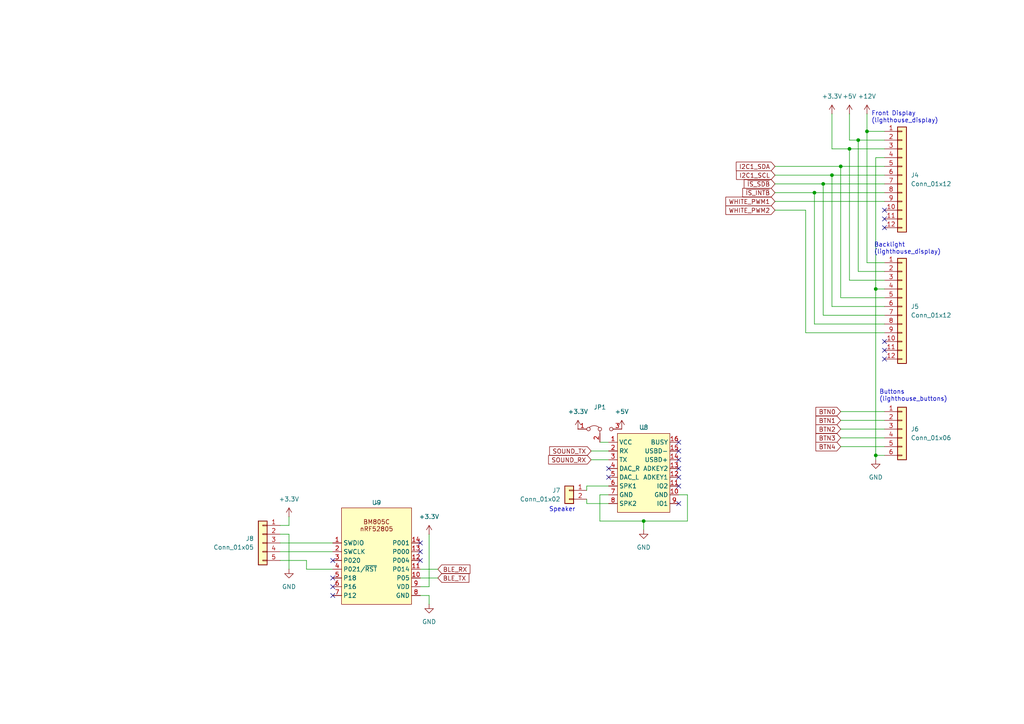
<source format=kicad_sch>
(kicad_sch (version 20231120) (generator "eeschema") (generator_version "8.0")
  (paper "A4")
  (lib_symbols
    (symbol "Connector_Generic:Conn_01x02" (pin_names (offset 1.016) hide)
      (property "Reference" "J" (at 0 2.54 0))
      (property "Value" "Conn_01x02" (at 0 -5.08 0))
      (symbol "Conn_01x02_1_1"
        (rectangle (start -1.27 -2.413) (end 0 -2.667) (stroke (width 0.1524)))
        (rectangle (start -1.27 0.127) (end 0 -0.127) (stroke (width 0.1524)))
        (rectangle (start -1.27 1.27) (end 1.27 -3.81) (stroke (width 0.254)) (fill (type background)))
        (pin passive line (at -5.08 0 0) (length 3.81) (name "Pin_1") (number "1"))
        (pin passive line (at -5.08 -2.54 0) (length 3.81) (name "Pin_2") (number "2"))
      )
    )
    (symbol "Connector_Generic:Conn_01x05" (pin_names (offset 1.016) hide)
      (property "Reference" "J" (at 0 7.62 0))
      (property "Value" "Conn_01x05" (at 0 -7.62 0))
      (symbol "Conn_01x05_1_1"
        (rectangle (start -1.27 -4.953) (end 0 -5.207) (stroke (width 0.1524)))
        (rectangle (start -1.27 -2.413) (end 0 -2.667) (stroke (width 0.1524)))
        (rectangle (start -1.27 0.127) (end 0 -0.127) (stroke (width 0.1524)))
        (rectangle (start -1.27 2.667) (end 0 2.413) (stroke (width 0.1524)))
        (rectangle (start -1.27 5.207) (end 0 4.953) (stroke (width 0.1524)))
        (rectangle (start -1.27 6.35) (end 1.27 -6.35) (stroke (width 0.254)) (fill (type background)))
        (pin passive line (at -5.08 5.08 0) (length 3.81) (name "Pin_1") (number "1"))
        (pin passive line (at -5.08 2.54 0) (length 3.81) (name "Pin_2") (number "2"))
        (pin passive line (at -5.08 0 0) (length 3.81) (name "Pin_3") (number "3"))
        (pin passive line (at -5.08 -2.54 0) (length 3.81) (name "Pin_4") (number "4"))
        (pin passive line (at -5.08 -5.08 0) (length 3.81) (name "Pin_5") (number "5"))
      )
    )
    (symbol "Connector_Generic:Conn_01x06" (pin_names (offset 1.016) hide)
      (property "Reference" "J" (at 0 7.62 0))
      (property "Value" "Conn_01x06" (at 0 -10.16 0))
      (symbol "Conn_01x06_1_1"
        (rectangle (start -1.27 -7.493) (end 0 -7.747) (stroke (width 0.1524)))
        (rectangle (start -1.27 -4.953) (end 0 -5.207) (stroke (width 0.1524)))
        (rectangle (start -1.27 -2.413) (end 0 -2.667) (stroke (width 0.1524)))
        (rectangle (start -1.27 0.127) (end 0 -0.127) (stroke (width 0.1524)))
        (rectangle (start -1.27 2.667) (end 0 2.413) (stroke (width 0.1524)))
        (rectangle (start -1.27 5.207) (end 0 4.953) (stroke (width 0.1524)))
        (rectangle (start -1.27 6.35) (end 1.27 -8.89) (stroke (width 0.254)) (fill (type background)))
        (pin passive line (at -5.08 5.08 0) (length 3.81) (name "Pin_1") (number "1"))
        (pin passive line (at -5.08 2.54 0) (length 3.81) (name "Pin_2") (number "2"))
        (pin passive line (at -5.08 0 0) (length 3.81) (name "Pin_3") (number "3"))
        (pin passive line (at -5.08 -2.54 0) (length 3.81) (name "Pin_4") (number "4"))
        (pin passive line (at -5.08 -5.08 0) (length 3.81) (name "Pin_5") (number "5"))
        (pin passive line (at -5.08 -7.62 0) (length 3.81) (name "Pin_6") (number "6"))
      )
    )
    (symbol "Connector_Generic:Conn_01x12" (pin_names (offset 1.016) hide)
      (property "Reference" "J" (at 0 15.24 0))
      (property "Value" "Conn_01x12" (at 0 -17.78 0))
      (symbol "Conn_01x12_1_1"
        (rectangle (start -1.27 -15.113) (end 0 -15.367) (stroke (width 0.1524)))
        (rectangle (start -1.27 -12.573) (end 0 -12.827) (stroke (width 0.1524)))
        (rectangle (start -1.27 -10.033) (end 0 -10.287) (stroke (width 0.1524)))
        (rectangle (start -1.27 -7.493) (end 0 -7.747) (stroke (width 0.1524)))
        (rectangle (start -1.27 -4.953) (end 0 -5.207) (stroke (width 0.1524)))
        (rectangle (start -1.27 -2.413) (end 0 -2.667) (stroke (width 0.1524)))
        (rectangle (start -1.27 0.127) (end 0 -0.127) (stroke (width 0.1524)))
        (rectangle (start -1.27 2.667) (end 0 2.413) (stroke (width 0.1524)))
        (rectangle (start -1.27 5.207) (end 0 4.953) (stroke (width 0.1524)))
        (rectangle (start -1.27 7.747) (end 0 7.493) (stroke (width 0.1524)))
        (rectangle (start -1.27 10.287) (end 0 10.033) (stroke (width 0.1524)))
        (rectangle (start -1.27 12.827) (end 0 12.573) (stroke (width 0.1524)))
        (rectangle (start -1.27 13.97) (end 1.27 -16.51) (stroke (width 0.254)) (fill (type background)))
        (pin passive line (at -5.08 12.7 0) (length 3.81) (name "Pin_1") (number "1"))
        (pin passive line (at -5.08 -10.16 0) (length 3.81) (name "Pin_10") (number "10"))
        (pin passive line (at -5.08 -12.7 0) (length 3.81) (name "Pin_11") (number "11"))
        (pin passive line (at -5.08 -15.24 0) (length 3.81) (name "Pin_12") (number "12"))
        (pin passive line (at -5.08 10.16 0) (length 3.81) (name "Pin_2") (number "2"))
        (pin passive line (at -5.08 7.62 0) (length 3.81) (name "Pin_3") (number "3"))
        (pin passive line (at -5.08 5.08 0) (length 3.81) (name "Pin_4") (number "4"))
        (pin passive line (at -5.08 2.54 0) (length 3.81) (name "Pin_5") (number "5"))
        (pin passive line (at -5.08 0 0) (length 3.81) (name "Pin_6") (number "6"))
        (pin passive line (at -5.08 -2.54 0) (length 3.81) (name "Pin_7") (number "7"))
        (pin passive line (at -5.08 -5.08 0) (length 3.81) (name "Pin_8") (number "8"))
        (pin passive line (at -5.08 -7.62 0) (length 3.81) (name "Pin_9") (number "9"))
      )
    )
    (symbol "Jumper:Jumper_3_Bridged12" (pin_names (offset 0) hide) (exclude_from_sim yes) (in_bom no)
      (property "Reference" "JP" (at -2.54 -2.54 0))
      (property "Value" "Jumper_3_Bridged12" (at 0 2.794 0))
      (symbol "Jumper_3_Bridged12_0_0"
        (circle (center -3.302 0) (radius 0.508))
        (circle (center 0 0) (radius 0.508))
        (circle (center 3.302 0) (radius 0.508))
      )
      (symbol "Jumper_3_Bridged12_0_1"
        (arc (start -0.254 0.508) (mid -1.651 0.9912) (end -3.048 0.508))
        (polyline (pts (xy 0 -1.27) (xy 0 -0.508)))
      )
      (symbol "Jumper_3_Bridged12_1_1"
        (pin passive line (at -6.35 0 0) (length 2.54) (name "A") (number "1"))
        (pin passive line (at 0 -3.81 90) (length 2.54) (name "C") (number "2"))
        (pin passive line (at 6.35 0 180) (length 2.54) (name "B") (number "3"))
      )
    )
    (symbol "lighthouse1:BC805M_nRF52805"
      (property "Reference" "U" (at 9.144 21.336 0))
      (symbol "BC805M_nRF52805_1_1"
        (rectangle (start -10.16 20.32) (end 10.16 -7.62) (fill (type background)))
        (text "BM805C\nnRF52805" (at 0 15.24 0) (effects (font (size 1.27 1.27))))
        (pin input line (at -12.7 10.16 0) (length 2.54) (name "SWDIO") (number "1"))
        (pin input line (at 12.7 0 180) (length 2.54) (name "P05") (number "10"))
        (pin input line (at 12.7 2.54 180) (length 2.54) (name "P014") (number "11"))
        (pin input line (at 12.7 5.08 180) (length 2.54) (name "P004") (number "12"))
        (pin input line (at 12.7 7.62 180) (length 2.54) (name "P000") (number "13"))
        (pin input line (at 12.7 10.16 180) (length 2.54) (name "P001") (number "14"))
        (pin input line (at -12.7 7.62 0) (length 2.54) (name "SWCLK") (number "2"))
        (pin input line (at -12.7 5.08 0) (length 2.54) (name "P020") (number "3"))
        (pin input line (at -12.7 2.54 0) (length 2.54) (name "P021/~{RST}") (number "4"))
        (pin input line (at -12.7 0 0) (length 2.54) (name "P18") (number "5"))
        (pin input line (at -12.7 -2.54 0) (length 2.54) (name "P16") (number "6"))
        (pin input line (at -12.7 -5.08 0) (length 2.54) (name "P12") (number "7"))
        (pin input line (at 12.7 -5.08 180) (length 2.54) (name "GND") (number "8"))
        (pin input line (at 12.7 -2.54 180) (length 2.54) (name "VDD") (number "9"))
      )
    )
    (symbol "lighthouse1:DFPlayer_Mini"
      (property "Reference" "U" (at 0 11.43 0))
      (symbol "DFPlayer_Mini_1_1"
        (rectangle (start -7.62 10.16) (end 7.62 -12.7) (fill (type background)))
        (pin input line (at -10.16 7.62 0) (length 2.54) (name "VCC") (number "1"))
        (pin input line (at 10.16 -7.62 180) (length 2.54) (name "GND") (number "10"))
        (pin input line (at 10.16 -5.08 180) (length 2.54) (name "IO2") (number "11"))
        (pin input line (at 10.16 -2.54 180) (length 2.54) (name "ADKEY1") (number "12"))
        (pin input line (at 10.16 0 180) (length 2.54) (name "ADKEY2") (number "13"))
        (pin input line (at 10.16 2.54 180) (length 2.54) (name "USBD+") (number "14"))
        (pin input line (at 10.16 5.08 180) (length 2.54) (name "USBD-") (number "15"))
        (pin input line (at 10.16 7.62 180) (length 2.54) (name "BUSY") (number "16"))
        (pin input line (at -10.16 5.08 0) (length 2.54) (name "RX") (number "2"))
        (pin input line (at -10.16 2.54 0) (length 2.54) (name "TX") (number "3"))
        (pin input line (at -10.16 0 0) (length 2.54) (name "DAC_R") (number "4"))
        (pin input line (at -10.16 -2.54 0) (length 2.54) (name "DAC_L") (number "5"))
        (pin input line (at -10.16 -5.08 0) (length 2.54) (name "SPK1") (number "6"))
        (pin input line (at -10.16 -7.62 0) (length 2.54) (name "GND") (number "7"))
        (pin input line (at -10.16 -10.16 0) (length 2.54) (name "SPK2") (number "8"))
        (pin input line (at 10.16 -10.16 180) (length 2.54) (name "IO1") (number "9"))
      )
    )
    (symbol "power:+12V" (power) (pin_numbers hide) (pin_names (offset 0) hide)
      (property "Value" "+12V" (at 0 3.556 0))
      (symbol "+12V_0_1"
        (polyline (pts (xy -0.762 1.27) (xy 0 2.54)))
        (polyline (pts (xy 0 0) (xy 0 2.54)))
        (polyline (pts (xy 0 2.54) (xy 0.762 1.27)))
      )
      (symbol "+12V_1_1"
        (pin power_in line (at 0 0 90) (length 0) (name "~") (number "1"))
      )
    )
    (symbol "power:+3.3V" (power) (pin_numbers hide) (pin_names (offset 0) hide)
      (property "Value" "+3.3V" (at 0 3.556 0))
      (symbol "+3.3V_0_1"
        (polyline (pts (xy -0.762 1.27) (xy 0 2.54)))
        (polyline (pts (xy 0 0) (xy 0 2.54)))
        (polyline (pts (xy 0 2.54) (xy 0.762 1.27)))
      )
      (symbol "+3.3V_1_1"
        (pin power_in line (at 0 0 90) (length 0) (name "~") (number "1"))
      )
    )
    (symbol "power:+5V" (power) (pin_numbers hide) (pin_names (offset 0) hide)
      (property "Value" "+5V" (at 0 3.556 0))
      (symbol "+5V_0_1"
        (polyline (pts (xy -0.762 1.27) (xy 0 2.54)))
        (polyline (pts (xy 0 0) (xy 0 2.54)))
        (polyline (pts (xy 0 2.54) (xy 0.762 1.27)))
      )
      (symbol "+5V_1_1"
        (pin power_in line (at 0 0 90) (length 0) (name "~") (number "1"))
      )
    )
    (symbol "power:GND" (power) (pin_numbers hide) (pin_names (offset 0) hide)
      (property "Value" "GND" (at 0 -3.81 0))
      (symbol "GND_0_1"
        (polyline (pts (xy 0 0) (xy 0 -1.27) (xy 1.27 -1.27) (xy 0 -2.54) (xy -1.27 -1.27) (xy 0 -1.27)))
      )
      (symbol "GND_1_1"
        (pin power_in line (at 0 0 270) (length 0) (name "~") (number "1"))
      )
    )
  )
  (junction (at 241.3 50.8))
  (junction (at 251.46 38.1))
  (junction (at 248.92 40.64))
  (junction (at 254 132.08))
  (junction (at 243.84 48.26))
  (junction (at 186.69 151.13))
  (junction (at 238.76 53.34))
  (junction (at 236.22 55.88))
  (junction (at 254 83.82))
  (junction (at 246.38 43.18))
  (no_connect (at 121.92 162.56))
  (no_connect (at 196.85 133.35))
  (no_connect (at 121.92 160.02))
  (no_connect (at 256.54 66.04))
  (no_connect (at 176.53 135.89))
  (no_connect (at 196.85 138.43))
  (no_connect (at 256.54 99.06))
  (no_connect (at 176.53 138.43))
  (no_connect (at 256.54 60.96))
  (no_connect (at 196.85 135.89))
  (no_connect (at 96.52 170.18))
  (no_connect (at 96.52 172.72))
  (no_connect (at 196.85 128.27))
  (no_connect (at 256.54 63.5))
  (no_connect (at 121.92 157.48))
  (no_connect (at 196.85 130.81))
  (no_connect (at 96.52 167.64))
  (no_connect (at 196.85 140.97))
  (no_connect (at 256.54 101.6))
  (no_connect (at 196.85 146.05))
  (no_connect (at 96.52 162.56))
  (no_connect (at 256.54 104.14))
  (wire (pts (xy 246.38 81.28) (xy 256.54 81.28)))
  (wire (pts (xy 173.99 143.51) (xy 173.99 151.13)))
  (wire (pts (xy 173.99 151.13) (xy 186.69 151.13)))
  (wire (pts (xy 256.54 91.44) (xy 238.76 91.44)))
  (wire (pts (xy 243.84 48.26) (xy 256.54 48.26)))
  (wire (pts (xy 121.92 167.64) (xy 127 167.64)))
  (wire (pts (xy 176.53 128.27) (xy 173.99 128.27)))
  (wire (pts (xy 186.69 151.13) (xy 186.69 153.67)))
  (wire (pts (xy 248.92 40.64) (xy 256.54 40.64)))
  (wire (pts (xy 176.53 140.97) (xy 170.18 140.97)))
  (wire (pts (xy 241.3 88.9) (xy 241.3 50.8)))
  (wire (pts (xy 224.79 58.42) (xy 256.54 58.42)))
  (wire (pts (xy 170.18 146.05) (xy 170.18 144.78)))
  (wire (pts (xy 254 132.08) (xy 254 83.82)))
  (wire (pts (xy 248.92 40.64) (xy 246.38 40.64)))
  (wire (pts (xy 83.82 154.94) (xy 83.82 165.1)))
  (wire (pts (xy 124.46 154.94) (xy 124.46 170.18)))
  (wire (pts (xy 254 132.08) (xy 254 133.35)))
  (wire (pts (xy 241.3 43.18) (xy 246.38 43.18)))
  (wire (pts (xy 121.92 165.1) (xy 127 165.1)))
  (wire (pts (xy 199.39 143.51) (xy 196.85 143.51)))
  (wire (pts (xy 254 45.72) (xy 256.54 45.72)))
  (wire (pts (xy 81.28 160.02) (xy 96.52 160.02)))
  (wire (pts (xy 254 83.82) (xy 256.54 83.82)))
  (wire (pts (xy 176.53 146.05) (xy 170.18 146.05)))
  (wire (pts (xy 243.84 129.54) (xy 256.54 129.54)))
  (wire (pts (xy 236.22 55.88) (xy 256.54 55.88)))
  (wire (pts (xy 121.92 170.18) (xy 124.46 170.18)))
  (wire (pts (xy 251.46 33.02) (xy 251.46 38.1)))
  (wire (pts (xy 248.92 78.74) (xy 256.54 78.74)))
  (wire (pts (xy 238.76 91.44) (xy 238.76 53.34)))
  (wire (pts (xy 170.18 140.97) (xy 170.18 142.24)))
  (wire (pts (xy 243.84 119.38) (xy 256.54 119.38)))
  (wire (pts (xy 233.68 96.52) (xy 256.54 96.52)))
  (wire (pts (xy 243.84 124.46) (xy 256.54 124.46)))
  (wire (pts (xy 186.69 151.13) (xy 199.39 151.13)))
  (wire (pts (xy 246.38 43.18) (xy 246.38 81.28)))
  (wire (pts (xy 243.84 48.26) (xy 243.84 86.36)))
  (wire (pts (xy 243.84 121.92) (xy 256.54 121.92)))
  (wire (pts (xy 88.9 162.56) (xy 88.9 165.1)))
  (wire (pts (xy 121.92 172.72) (xy 124.46 172.72)))
  (wire (pts (xy 236.22 93.98) (xy 236.22 55.88)))
  (wire (pts (xy 256.54 86.36) (xy 243.84 86.36)))
  (wire (pts (xy 233.68 60.96) (xy 224.79 60.96)))
  (wire (pts (xy 248.92 40.64) (xy 248.92 78.74)))
  (wire (pts (xy 81.28 152.4) (xy 83.82 152.4)))
  (wire (pts (xy 224.79 55.88) (xy 236.22 55.88)))
  (wire (pts (xy 241.3 50.8) (xy 256.54 50.8)))
  (wire (pts (xy 233.68 60.96) (xy 233.68 96.52)))
  (wire (pts (xy 124.46 172.72) (xy 124.46 175.26)))
  (wire (pts (xy 199.39 151.13) (xy 199.39 143.51)))
  (wire (pts (xy 81.28 154.94) (xy 83.82 154.94)))
  (wire (pts (xy 251.46 76.2) (xy 256.54 76.2)))
  (wire (pts (xy 256.54 93.98) (xy 236.22 93.98)))
  (wire (pts (xy 96.52 165.1) (xy 88.9 165.1)))
  (wire (pts (xy 171.45 133.35) (xy 176.53 133.35)))
  (wire (pts (xy 176.53 143.51) (xy 173.99 143.51)))
  (wire (pts (xy 224.79 53.34) (xy 238.76 53.34)))
  (wire (pts (xy 81.28 162.56) (xy 88.9 162.56)))
  (wire (pts (xy 254 132.08) (xy 256.54 132.08)))
  (wire (pts (xy 224.79 50.8) (xy 241.3 50.8)))
  (wire (pts (xy 256.54 88.9) (xy 241.3 88.9)))
  (wire (pts (xy 246.38 33.02) (xy 246.38 40.64)))
  (wire (pts (xy 238.76 53.34) (xy 256.54 53.34)))
  (wire (pts (xy 254 83.82) (xy 254 45.72)))
  (wire (pts (xy 176.53 130.81) (xy 171.45 130.81)))
  (wire (pts (xy 81.28 157.48) (xy 96.52 157.48)))
  (wire (pts (xy 241.3 33.02) (xy 241.3 43.18)))
  (wire (pts (xy 83.82 149.86) (xy 83.82 152.4)))
  (wire (pts (xy 251.46 38.1) (xy 251.46 76.2)))
  (wire (pts (xy 224.79 48.26) (xy 243.84 48.26)))
  (wire (pts (xy 251.46 38.1) (xy 256.54 38.1)))
  (wire (pts (xy 246.38 43.18) (xy 256.54 43.18)))
  (wire (pts (xy 243.84 127) (xy 256.54 127)))
  (text "Front Display\n(lighthouse_display)" (at 252.73 34.036 0) (effects (font (size 1.27 1.27)) (justify left)))
  (text "Speaker" (at 163.068 147.828 0) (effects (font (size 1.27 1.27))))
  (text "Buttons\n(lighthouse_buttons)" (at 255.016 114.808 0) (effects (font (size 1.27 1.27)) (justify left)))
  (text "Backlight\n(lighthouse_display)" (at 253.492 72.136 0) (effects (font (size 1.27 1.27)) (justify left)))
  (global_label "I2C1_SCL" (shape input) (at 224.79 50.8 180) (property "Intersheetrefs" "${INTERSHEET_REFS}" (effects (hide yes))))
  (global_label "BTN1" (shape input) (at 243.84 121.92 180) (property "Intersheetrefs" "${INTERSHEET_REFS}" (effects (hide yes))))
  (global_label "BTN3" (shape input) (at 243.84 127 180) (property "Intersheetrefs" "${INTERSHEET_REFS}" (effects (hide yes))))
  (global_label "SOUND_RX" (shape input) (at 171.45 133.35 180) (property "Intersheetrefs" "${INTERSHEET_REFS}" (effects (hide yes))))
  (global_label "SOUND_TX" (shape input) (at 171.45 130.81 180) (property "Intersheetrefs" "${INTERSHEET_REFS}" (effects (hide yes))))
  (global_label "BLE_RX" (shape input) (at 127 165.1 0) (property "Intersheetrefs" "${INTERSHEET_REFS}" (effects (hide yes))))
  (global_label "WHITE_PWM1" (shape input) (at 224.79 58.42 180) (property "Intersheetrefs" "${INTERSHEET_REFS}" (effects (hide yes))))
  (global_label "~{IS_INTB}" (shape input) (at 224.79 55.88 180) (property "Intersheetrefs" "${INTERSHEET_REFS}" (effects (hide yes))))
  (global_label "BTN2" (shape input) (at 243.84 124.46 180) (property "Intersheetrefs" "${INTERSHEET_REFS}" (effects (hide yes))))
  (global_label "WHITE_PWM2" (shape input) (at 224.79 60.96 180) (property "Intersheetrefs" "${INTERSHEET_REFS}" (effects (hide yes))))
  (global_label "BTN0" (shape input) (at 243.84 119.38 180) (property "Intersheetrefs" "${INTERSHEET_REFS}" (effects (hide yes))))
  (global_label "~{IS_SDB}" (shape input) (at 224.79 53.34 180) (property "Intersheetrefs" "${INTERSHEET_REFS}" (effects (hide yes))))
  (global_label "BTN4" (shape input) (at 243.84 129.54 180) (property "Intersheetrefs" "${INTERSHEET_REFS}" (effects (hide yes))))
  (global_label "BLE_TX" (shape input) (at 127 167.64 0) (property "Intersheetrefs" "${INTERSHEET_REFS}" (effects (hide yes))))
  (global_label "I2C1_SDA" (shape input) (at 224.79 48.26 180) (property "Intersheetrefs" "${INTERSHEET_REFS}" (effects (hide yes))))
  (symbol (lib_id "Connector_Generic:Conn_01x06") (at 261.62 124.46 0) (unit 1)
    (property "Reference" "J6" (at 264.16 124.4599 0) (effects (justify left)))
    (property "Value" "Conn_01x06" (at 264.16 126.9999 0) (effects (justify left)))
    (property "Footprint" "Connector_Molex:Molex_Picoflex_90325-0006_2x03_P1.27mm_Vertical" (effects (hide yes)))
    (property "Description" "Generic connector, single row, 01x06, script generated (kicad-library-utils/schlib/autogen/connector/)" (effects (hide yes)))
  )
  (symbol (lib_id "power:GND") (at 254 133.35 0) (unit 1)
    (property "Reference" "#PWR026" (effects (hide yes)))
    (property "Value" "GND" (at 254 138.43 0))
    (property "Description" "Power symbol creates a global label with name \"GND\" , ground" (effects (hide yes)))
  )
  (symbol (lib_id "Connector_Generic:Conn_01x12") (at 261.62 50.8 0) (unit 1)
    (property "Reference" "J4" (at 264.16 50.7999 0) (effects (justify left)))
    (property "Value" "Conn_01x12" (at 264.16 53.3399 0) (effects (justify left)))
    (property "Footprint" "Connector_Molex:Molex_Picoflex_90325-0012_2x06_P1.27mm_Vertical" (effects (hide yes)))
    (property "Description" "Generic connector, single row, 01x12, script generated (kicad-library-utils/schlib/autogen/connector/)" (effects (hide yes)))
  )
  (symbol (lib_id "Jumper:Jumper_3_Bridged12") (at 173.99 124.46 0) (unit 1) (exclude_from_sim yes) (in_bom no)
    (property "Reference" "JP1" (at 173.99 118.11 0))
    (property "Value" "Jumper_3_Bridged12" (effects (hide yes)))
    (property "Footprint" "Jumper:SolderJumper-3_P1.3mm_Bridged2Bar12_RoundedPad1.0x1.5mm" (effects (hide yes)))
    (property "Description" "Jumper, 3-pole, pins 1+2 closed/bridged" (effects (hide yes)))
  )
  (symbol (lib_id "power:+5V") (at 246.38 33.02 0) (unit 1)
    (property "Reference" "#PWR022" (effects (hide yes)))
    (property "Value" "+5V" (at 246.38 27.94 0))
    (property "Description" "Power symbol creates a global label with name \"+5V\"" (effects (hide yes)))
  )
  (symbol (lib_id "lighthouse1:DFPlayer_Mini") (at 186.69 135.89 0) (unit 1)
    (property "Reference" "U8" (at 186.69 123.952 0))
    (property "Value" "~" (at 186.69 124.46 0))
    (property "Footprint" "lighthouse:DFPlayer_Mini-TF-16P" (effects (hide yes)))
  )
  (symbol (lib_id "power:+5V") (at 180.34 124.46 0) (unit 1)
    (property "Reference" "#PWR025" (effects (hide yes)))
    (property "Value" "+5V" (at 180.34 119.38 0))
    (property "Description" "Power symbol creates a global label with name \"+5V\"" (effects (hide yes)))
  )
  (symbol (lib_id "Connector_Generic:Conn_01x12") (at 261.62 88.9 0) (unit 1)
    (property "Reference" "J5" (at 264.16 88.8999 0) (effects (justify left)))
    (property "Value" "Conn_01x12" (at 264.16 91.4399 0) (effects (justify left)))
    (property "Footprint" "Connector_Molex:Molex_Picoflex_90325-0012_2x06_P1.27mm_Vertical" (effects (hide yes)))
    (property "Description" "Generic connector, single row, 01x12, script generated (kicad-library-utils/schlib/autogen/connector/)" (effects (hide yes)))
  )
  (symbol (lib_id "Connector_Generic:Conn_01x05") (at 76.2 157.48 0) (mirror y) (unit 1)
    (property "Reference" "J8" (at 73.66 156.2099 0) (effects (justify left)))
    (property "Value" "Conn_01x05" (at 73.66 158.7499 0) (effects (justify left)))
    (property "Footprint" "Connector_PinHeader_1.27mm:PinHeader_1x05_P1.27mm_Vertical" (effects (hide yes)))
    (property "Description" "Generic connector, single row, 01x05, script generated (kicad-library-utils/schlib/autogen/connector/)" (effects (hide yes)))
  )
  (symbol (lib_id "power:+3.3V") (at 167.64 124.46 0) (unit 1)
    (property "Reference" "#PWR024" (effects (hide yes)))
    (property "Value" "+3.3V" (at 167.64 119.38 0))
    (property "Description" "Power symbol creates a global label with name \"+3.3V\"" (effects (hide yes)))
  )
  (symbol (lib_id "power:+3.3V") (at 241.3 33.02 0) (unit 1)
    (property "Reference" "#PWR021" (effects (hide yes)))
    (property "Value" "+3.3V" (at 241.3 27.94 0))
    (property "Description" "Power symbol creates a global label with name \"+3.3V\"" (effects (hide yes)))
  )
  (symbol (lib_id "Connector_Generic:Conn_01x02") (at 165.1 142.24 0) (mirror y) (unit 1)
    (property "Reference" "J7" (at 162.56 142.2399 0) (effects (justify left)))
    (property "Value" "Conn_01x02" (at 162.56 144.7799 0) (effects (justify left)))
    (property "Footprint" "Connector_PinHeader_2.54mm:PinHeader_1x02_P2.54mm_Vertical" (effects (hide yes)))
    (property "Description" "Generic connector, single row, 01x02, script generated (kicad-library-utils/schlib/autogen/connector/)" (effects (hide yes)))
  )
  (symbol (lib_id "power:GND") (at 83.82 165.1 0) (unit 1)
    (property "Reference" "#PWR030" (effects (hide yes)))
    (property "Value" "GND" (at 83.82 170.18 0))
    (property "Description" "Power symbol creates a global label with name \"GND\" , ground" (effects (hide yes)))
  )
  (symbol (lib_id "lighthouse1:BC805M_nRF52805") (at 109.22 167.64 0) (unit 1)
    (property "Reference" "U9" (at 109.22 145.796 0))
    (property "Value" "~" (at 109.22 146.05 0))
    (property "Footprint" "lighthouse:BC805M" (effects (hide yes)))
  )
  (symbol (lib_id "power:+3.3V") (at 83.82 149.86 0) (unit 1)
    (property "Reference" "#PWR027" (effects (hide yes)))
    (property "Value" "+3.3V" (at 83.82 144.78 0))
    (property "Description" "Power symbol creates a global label with name \"+3.3V\"" (effects (hide yes)))
  )
  (symbol (lib_id "power:+12V") (at 251.46 33.02 0) (unit 1)
    (property "Reference" "#PWR023" (effects (hide yes)))
    (property "Value" "+12V" (at 251.46 27.94 0))
    (property "Description" "Power symbol creates a global label with name \"+12V\"" (effects (hide yes)))
  )
  (symbol (lib_id "power:+3.3V") (at 124.46 154.94 0) (unit 1)
    (property "Reference" "#PWR029" (effects (hide yes)))
    (property "Value" "+3.3V" (at 124.46 149.86 0))
    (property "Description" "Power symbol creates a global label with name \"+3.3V\"" (effects (hide yes)))
  )
  (symbol (lib_id "power:GND") (at 186.69 153.67 0) (unit 1)
    (property "Reference" "#PWR028" (effects (hide yes)))
    (property "Value" "GND" (at 186.69 158.75 0))
    (property "Description" "Power symbol creates a global label with name \"GND\" , ground" (effects (hide yes)))
  )
  (symbol (lib_id "power:GND") (at 124.46 175.26 0) (unit 1)
    (property "Reference" "#PWR031" (effects (hide yes)))
    (property "Value" "GND" (at 124.46 180.34 0))
    (property "Description" "Power symbol creates a global label with name \"GND\" , ground" (effects (hide yes)))
  )
)
</source>
